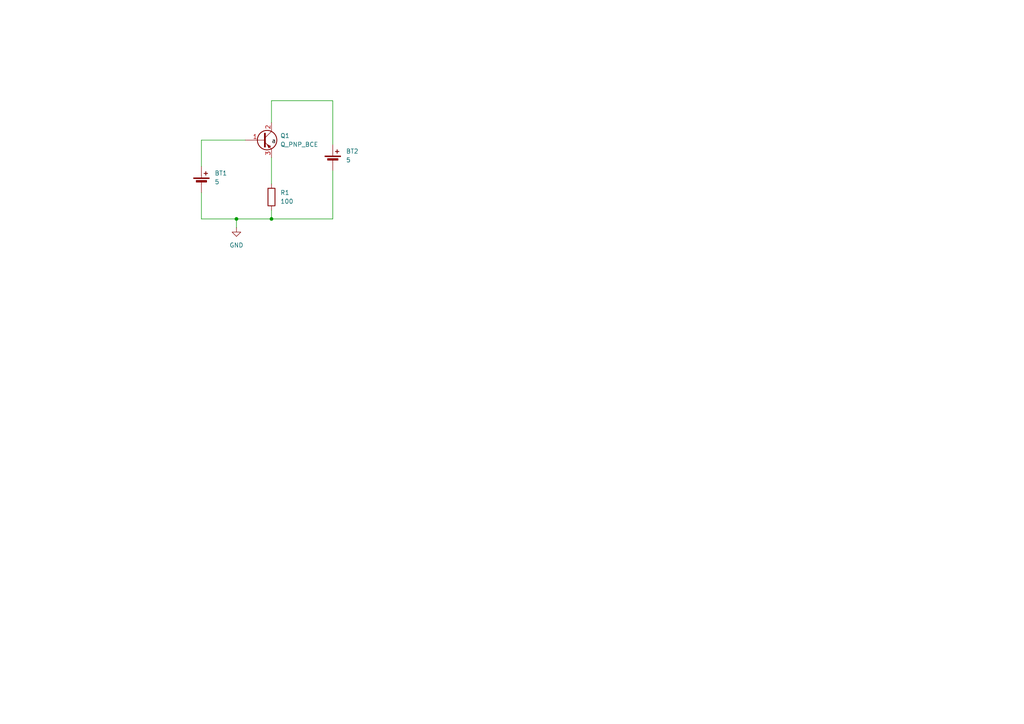
<source format=kicad_sch>
(kicad_sch (version 20231120) (generator "eeschema") (generator_version "8.0")
  (paper "A4")
  (lib_symbols
    (symbol "Device:Battery_Cell" (pin_numbers hide) (pin_names (offset 0) hide)
      (property "Reference" "BT" (at 2.54 2.54 0))
      (property "Value" "Battery_Cell" (at 2.54 0 0))
      (symbol "Battery_Cell_0_1"
        (rectangle (start -2.286 1.778) (end 2.286 1.524) (fill (type outline)))
        (rectangle (start -1.524 1.016) (end 1.524 0.508) (fill (type outline)))
        (polyline (pts (xy 0 0.762) (xy 0 0)))
        (polyline (pts (xy 0 1.778) (xy 0 2.54)))
        (polyline (pts (xy 0.762 3.048) (xy 1.778 3.048)) (stroke (width 0.254)))
        (polyline (pts (xy 1.27 3.556) (xy 1.27 2.54)) (stroke (width 0.254)))
      )
      (symbol "Battery_Cell_1_1"
        (pin passive line (at 0 5.08 270) (length 2.54) (name "+") (number "1"))
        (pin passive line (at 0 -2.54 90) (length 2.54) (name "-") (number "2"))
      )
    )
    (symbol "Device:Q_PNP_BCE" (pin_names (offset 0) hide)
      (property "Reference" "Q" (at 5.08 1.27 0))
      (property "Value" "Q_PNP_BCE" (at 5.08 -1.27 0))
      (symbol "Q_PNP_BCE_0_1"
        (polyline (pts (xy 0.635 0.635) (xy 2.54 2.54)))
        (polyline (pts (xy 0.635 -0.635) (xy 2.54 -2.54) (xy 2.54 -2.54)))
        (polyline (pts (xy 0.635 1.905) (xy 0.635 -1.905) (xy 0.635 -1.905)) (stroke (width 0.508)))
        (polyline (pts (xy 2.286 -1.778) (xy 1.778 -2.286) (xy 1.27 -1.27) (xy 2.286 -1.778) (xy 2.286 -1.778)) (fill (type outline)))
        (circle (center 1.27 0) (radius 2.8194) (stroke (width 0.254)))
      )
      (symbol "Q_PNP_BCE_1_1"
        (pin input line (at -5.08 0 0) (length 5.715) (name "B") (number "1"))
        (pin passive line (at 2.54 5.08 270) (length 2.54) (name "C") (number "2"))
        (pin passive line (at 2.54 -5.08 90) (length 2.54) (name "E") (number "3"))
      )
    )
    (symbol "Device:R" (pin_numbers hide) (pin_names (offset 0))
      (property "Reference" "R" (at 2.032 0 90))
      (property "Value" "R" (at 0 0 90))
      (symbol "R_0_1"
        (rectangle (start -1.016 -2.54) (end 1.016 2.54) (stroke (width 0.254)))
      )
      (symbol "R_1_1"
        (pin passive line (at 0 3.81 270) (length 1.27) (name "~") (number "1"))
        (pin passive line (at 0 -3.81 90) (length 1.27) (name "~") (number "2"))
      )
    )
    (symbol "power:GND" (power) (pin_numbers hide) (pin_names (offset 0) hide)
      (property "Value" "GND" (at 0 -3.81 0))
      (symbol "GND_0_1"
        (polyline (pts (xy 0 0) (xy 0 -1.27) (xy 1.27 -1.27) (xy 0 -2.54) (xy -1.27 -1.27) (xy 0 -1.27)))
      )
      (symbol "GND_1_1"
        (pin power_in line (at 0 0 270) (length 0) (name "~") (number "1"))
      )
    )
  )
  (junction (at 68.58 63.5))
  (junction (at 78.74 63.5))
  (wire (pts (xy 78.74 29.21) (xy 78.74 35.56)))
  (wire (pts (xy 58.42 63.5) (xy 58.42 55.88)))
  (wire (pts (xy 78.74 63.5) (xy 68.58 63.5)))
  (wire (pts (xy 78.74 60.96) (xy 78.74 63.5)))
  (wire (pts (xy 96.52 49.53) (xy 96.52 63.5)))
  (wire (pts (xy 96.52 41.91) (xy 96.52 29.21)))
  (wire (pts (xy 58.42 40.64) (xy 58.42 48.26)))
  (wire (pts (xy 78.74 53.34) (xy 78.74 45.72)))
  (wire (pts (xy 71.12 40.64) (xy 58.42 40.64)))
  (wire (pts (xy 96.52 63.5) (xy 78.74 63.5)))
  (wire (pts (xy 96.52 29.21) (xy 78.74 29.21)))
  (wire (pts (xy 68.58 63.5) (xy 68.58 66.04)))
  (wire (pts (xy 68.58 63.5) (xy 58.42 63.5)))
  (label "a" (at 78.74 41.91 0))
  (symbol (lib_id "Device:Battery_Cell") (at 58.42 53.34 0) (unit 1)
    (property "Reference" "BT1" (at 62.23 50.2284 0) (effects (justify left)))
    (property "Value" "5" (at 62.23 52.7684 0) (effects (justify left)))
    (property "Description" "Single-cell battery" (effects (hide yes)))
    (property "Sim.Device" "V" (effects (hide yes)))
    (property "Sim.Type" "DC" (effects (hide yes)))
    (property "Sim.Pins" "1=+ 2=-" (effects (hide yes)))
  )
  (symbol (lib_id "Device:R") (at 78.74 57.15 180) (unit 1)
    (property "Reference" "R1" (at 81.28 55.8799 0) (effects (justify right)))
    (property "Value" "100" (at 81.28 58.4199 0) (effects (justify right)))
    (property "Description" "Resistor" (effects (hide yes)))
  )
  (symbol (lib_id "Device:Battery_Cell") (at 96.52 46.99 0) (unit 1)
    (property "Reference" "BT2" (at 100.33 43.8784 0) (effects (justify left)))
    (property "Value" "5" (at 100.33 46.4184 0) (effects (justify left)))
    (property "Description" "Single-cell battery" (effects (hide yes)))
    (property "Sim.Device" "V" (effects (hide yes)))
    (property "Sim.Type" "DC" (effects (hide yes)))
    (property "Sim.Pins" "1=+ 2=-" (effects (hide yes)))
  )
  (symbol (lib_id "Device:Q_PNP_BCE") (at 76.2 40.64 0) (unit 1)
    (property "Reference" "Q1" (at 81.28 39.3699 0) (effects (justify left)))
    (property "Value" "Q_PNP_BCE" (at 81.28 41.9099 0) (effects (justify left)))
    (property "Description" "PNP transistor, base/collector/emitter" (effects (hide yes)))
  )
  (symbol (lib_id "power:GND") (at 68.58 66.04 0) (unit 1)
    (property "Reference" "#PWR01" (effects (hide yes)))
    (property "Value" "GND" (at 68.58 71.12 0))
    (property "Description" "Power symbol creates a global label with name \"GND\" , ground" (effects (hide yes)))
  )
)
</source>
